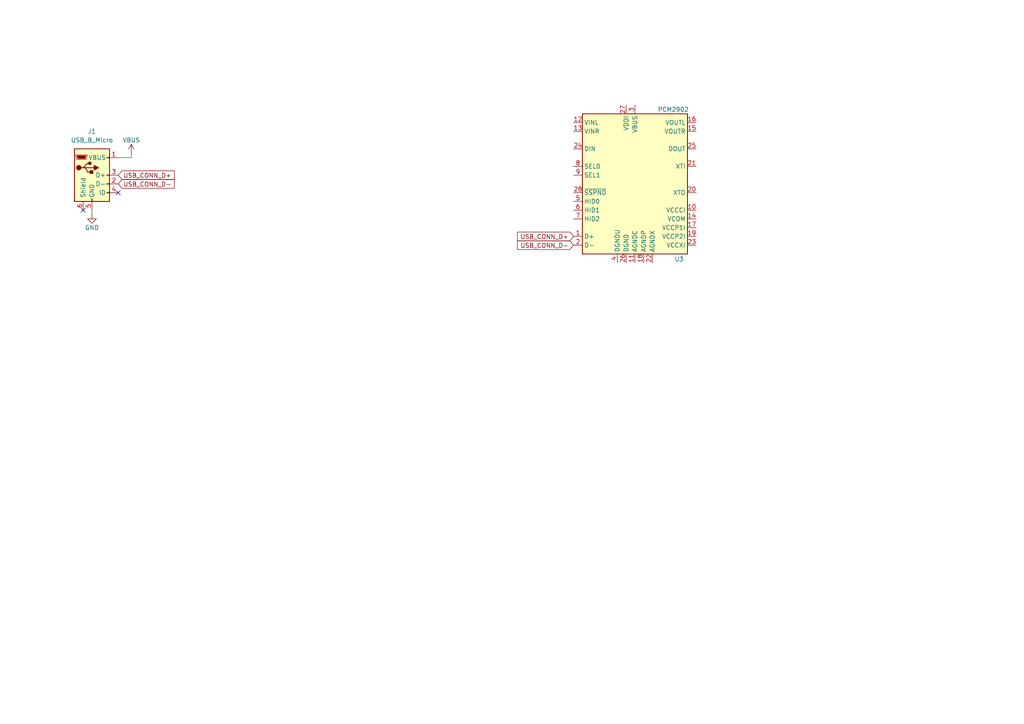
<source format=kicad_sch>
(kicad_sch (version 20231120) (generator "eeschema") (generator_version "8.0")
  (paper "A4")
  (lib_symbols
    (symbol "Audio:PCM2902"
      (property "Reference" "U" (at -14.732 21.59 0))
      (property "Value" "PCM2902" (at 10.922 21.59 0))
      (symbol "PCM2902_0_1"
        (rectangle (start -15.24 20.32) (end 15.24 -20.32) (stroke (width 0.254)) (fill (type background)))
      )
      (symbol "PCM2902_1_1"
        (pin bidirectional line (at -17.78 -15.24 0) (length 2.54) (name "D+") (number "1"))
        (pin passive line (at 17.78 -7.62 180) (length 2.54) (name "VCCCI") (number "10"))
        (pin power_in line (at 0 -22.86 90) (length 2.54) (name "AGNDC") (number "11"))
        (pin input line (at -17.78 17.78 0) (length 2.54) (name "VINL") (number "12"))
        (pin input line (at -17.78 15.24 0) (length 2.54) (name "VINR") (number "13"))
        (pin passive line (at 17.78 -10.16 180) (length 2.54) (name "VCOM") (number "14"))
        (pin output line (at 17.78 15.24 180) (length 2.54) (name "VOUTR") (number "15"))
        (pin output line (at 17.78 17.78 180) (length 2.54) (name "VOUTL") (number "16"))
        (pin passive line (at 17.78 -12.7 180) (length 2.54) (name "VCCP1I") (number "17"))
        (pin power_in line (at 2.54 -22.86 90) (length 2.54) (name "AGNDP") (number "18"))
        (pin passive line (at 17.78 -15.24 180) (length 2.54) (name "VCCP2I") (number "19"))
        (pin bidirectional line (at -17.78 -17.78 0) (length 2.54) (name "D-") (number "2"))
        (pin output line (at 17.78 -2.54 180) (length 2.54) (name "XTO") (number "20"))
        (pin input line (at 17.78 5.08 180) (length 2.54) (name "XTI") (number "21"))
        (pin power_in line (at 5.08 -22.86 90) (length 2.54) (name "AGNDX") (number "22"))
        (pin passive line (at 17.78 -17.78 180) (length 2.54) (name "VCCXI") (number "23"))
        (pin input line (at -17.78 10.16 0) (length 2.54) (name "DIN") (number "24"))
        (pin output line (at 17.78 10.16 180) (length 2.54) (name "DOUT") (number "25"))
        (pin power_in line (at -2.54 -22.86 90) (length 2.54) (name "DGND") (number "26"))
        (pin power_out line (at -2.54 22.86 270) (length 2.54) (name "VDDI") (number "27"))
        (pin output line (at -17.78 -2.54 0) (length 2.54) (name "~{SSPND}") (number "28"))
        (pin power_in line (at 0 22.86 270) (length 2.54) (name "VBUS") (number "3"))
        (pin power_in line (at -5.08 -22.86 90) (length 2.54) (name "DGNDU") (number "4"))
        (pin input line (at -17.78 -5.08 0) (length 2.54) (name "HID0") (number "5"))
        (pin input line (at -17.78 -7.62 0) (length 2.54) (name "HID1") (number "6"))
        (pin input line (at -17.78 -10.16 0) (length 2.54) (name "HID2") (number "7"))
        (pin input line (at -17.78 5.08 0) (length 2.54) (name "SEL0") (number "8"))
        (pin input line (at -17.78 2.54 0) (length 2.54) (name "SEL1") (number "9"))
      )
    )
    (symbol "Connector:USB_B_Micro" (pin_names (offset 1.016))
      (property "Reference" "J" (at -5.08 11.43 0))
      (property "Value" "USB_B_Micro" (at -5.08 8.89 0))
      (symbol "USB_B_Micro_0_1"
        (rectangle (start -5.08 -7.62) (end 5.08 7.62) (stroke (width 0.254)) (fill (type background)))
        (circle (center -3.81 2.159) (radius 0.635) (stroke (width 0.254)) (fill (type outline)))
        (circle (center -0.635 3.429) (radius 0.381) (stroke (width 0.254)) (fill (type outline)))
        (rectangle (start -0.127 -7.62) (end 0.127 -6.858))
        (polyline (pts (xy -1.905 2.159) (xy 0.635 2.159)) (stroke (width 0.254)))
        (polyline (pts (xy -3.175 2.159) (xy -2.54 2.159) (xy -1.27 3.429) (xy -0.635 3.429)) (stroke (width 0.254)))
        (polyline (pts (xy -2.54 2.159) (xy -1.905 2.159) (xy -1.27 0.889) (xy 0 0.889)) (stroke (width 0.254)))
        (polyline (pts (xy 0.635 2.794) (xy 0.635 1.524) (xy 1.905 2.159) (xy 0.635 2.794)) (stroke (width 0.254)) (fill (type outline)))
        (polyline (pts (xy -4.318 5.588) (xy -1.778 5.588) (xy -2.032 4.826) (xy -4.064 4.826) (xy -4.318 5.588)) (fill (type outline)))
        (polyline (pts (xy -4.699 5.842) (xy -4.699 5.588) (xy -4.445 4.826) (xy -4.445 4.572) (xy -1.651 4.572) (xy -1.651 4.826) (xy -1.397 5.588) (xy -1.397 5.842) (xy -4.699 5.842)))
        (rectangle (start 0.254 1.27) (end -0.508 0.508) (stroke (width 0.254)) (fill (type outline)))
        (rectangle (start 5.08 -5.207) (end 4.318 -4.953))
        (rectangle (start 5.08 -2.667) (end 4.318 -2.413))
        (rectangle (start 5.08 -0.127) (end 4.318 0.127))
        (rectangle (start 5.08 4.953) (end 4.318 5.207))
      )
      (symbol "USB_B_Micro_1_1"
        (pin power_out line (at 7.62 5.08 180) (length 2.54) (name "VBUS") (number "1"))
        (pin bidirectional line (at 7.62 -2.54 180) (length 2.54) (name "D-") (number "2"))
        (pin bidirectional line (at 7.62 0 180) (length 2.54) (name "D+") (number "3"))
        (pin passive line (at 7.62 -5.08 180) (length 2.54) (name "ID") (number "4"))
        (pin power_out line (at 0 -10.16 90) (length 2.54) (name "GND") (number "5"))
        (pin passive line (at -2.54 -10.16 90) (length 2.54) (name "Shield") (number "6"))
      )
    )
    (symbol "power:GND" (power) (pin_names (offset 0))
      (property "Value" "GND" (at 0 -3.81 0))
      (symbol "GND_0_1"
        (polyline (pts (xy 0 0) (xy 0 -1.27) (xy 1.27 -1.27) (xy 0 -2.54) (xy -1.27 -1.27) (xy 0 -1.27)))
      )
      (symbol "GND_1_1"
        (pin power_in line (at 0 0 270) (length 0) hide (name "GND") (number "1"))
      )
    )
    (symbol "power:VBUS" (power) (pin_names (offset 0))
      (property "Value" "VBUS" (at 0 3.81 0))
      (symbol "VBUS_0_1"
        (polyline (pts (xy -0.762 1.27) (xy 0 2.54)))
        (polyline (pts (xy 0 0) (xy 0 2.54)))
        (polyline (pts (xy 0 2.54) (xy 0.762 1.27)))
      )
      (symbol "VBUS_1_1"
        (pin power_in line (at 0 0 90) (length 0) hide (name "VBUS") (number "1"))
      )
    )
  )
  (no_connect (at 34.29 55.88))
  (no_connect (at 24.13 60.96))
  (wire (pts (xy 26.67 60.96) (xy 26.67 62.23)))
  (wire (pts (xy 34.29 45.72) (xy 38.1 45.72)))
  (wire (pts (xy 38.1 45.72) (xy 38.1 44.45)))
  (global_label "USB_CONN_D+" (shape input) (at 34.29 50.8 0) (property "Intersheetrefs" "${INTERSHEET_REFS}" (effects (hide yes))))
  (global_label "USB_CONN_D+" (shape input) (at 166.37 68.58 180) (property "Intersheetrefs" "${INTERSHEET_REFS}" (effects (hide yes))))
  (global_label "USB_CONN_D-" (shape input) (at 166.37 71.12 180) (property "Intersheetrefs" "${INTERSHEET_REFS}" (effects (hide yes))))
  (global_label "USB_CONN_D-" (shape input) (at 34.29 53.34 0) (property "Intersheetrefs" "${INTERSHEET_REFS}" (effects (hide yes))))
  (symbol (lib_id "power:VBUS") (at 38.1 44.45 0) (unit 1)
    (property "Reference" "#PWR013" (effects (hide yes)))
    (property "Value" "VBUS" (at 38.1 40.64 0))
  )
  (symbol (lib_id "power:GND") (at 26.67 62.23 0) (unit 1)
    (property "Reference" "#PWR012" (effects (hide yes)))
    (property "Value" "GND" (at 26.67 66.04 0))
  )
  (symbol (lib_id "Connector:USB_B_Micro") (at 26.67 50.8 0) (unit 1)
    (property "Reference" "J1" (at 26.67 38.1 0))
    (property "Value" "USB_B_Micro" (at 26.67 40.64 0))
    (property "Footprint" "Connector_USB:USB_Micro-B_Molex_47346-0001" (effects (hide yes)))
  )
  (symbol (lib_id "Audio:PCM2902") (at 184.15 53.34 0) (unit 1)
    (property "Reference" "U3" (at 195.58 75.184 0) (effects (justify left)))
    (property "Value" "PCM2902" (at 190.754 31.75 0) (effects (justify left)))
    (property "Footprint" "Package_SO:SSOP-28_5.3x10.2mm_P0.65mm" (effects (hide yes)))
    (property "Datasheet" "http://www.ti.com/lit/ds/symlink/pcm2902c.pdf" (effects (hide yes)))
    (property "Description" "Stereo Audio Codec with USB interface, Analog Input/Output, and S/PDIF, SSOP-28" (effects (hide yes)))
  )
)
</source>
